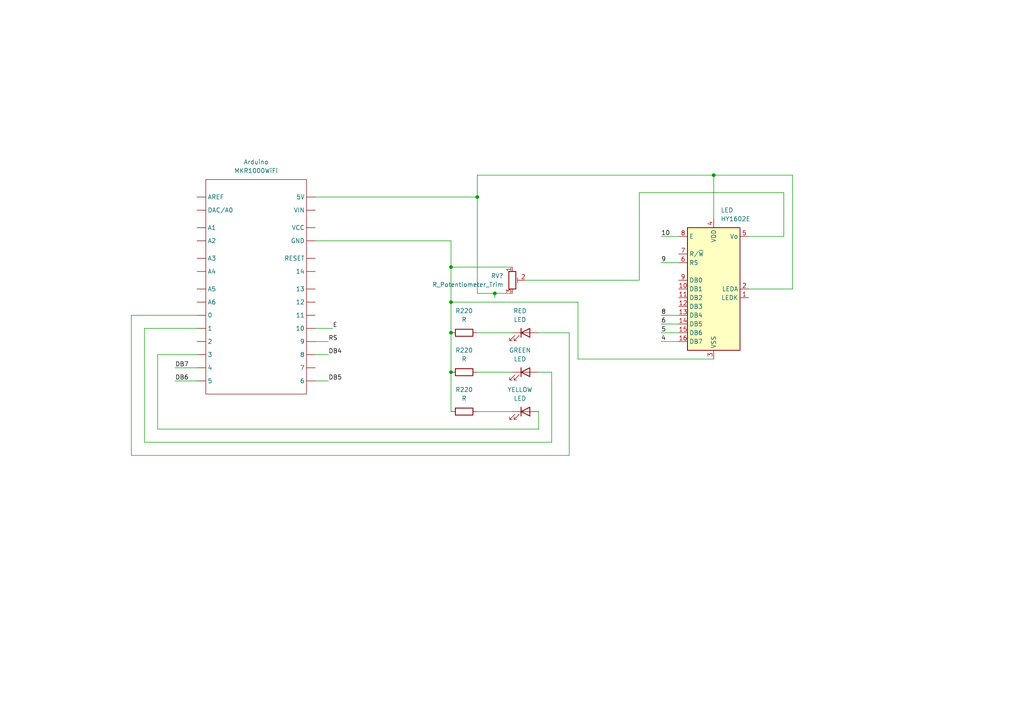
<source format=kicad_sch>
(kicad_sch (version 20211123) (generator eeschema)
  (paper "A4")
  (lib_symbols
    (symbol "Device:LED" (pin_numbers hide) (pin_names (offset 1.016) hide)
      (property "Reference" "D" (at 0 2.54 0))
      (property "Value" "LED" (at 0 -2.54 0))
      (symbol "LED_0_1"
        (polyline (pts (xy -1.27 -1.27) (xy -1.27 1.27)) (stroke (width 0.254)))
        (polyline (pts (xy -1.27 0) (xy 1.27 0)))
        (polyline (pts (xy 1.27 -1.27) (xy 1.27 1.27) (xy -1.27 0) (xy 1.27 -1.27)) (stroke (width 0.254)))
        (polyline (pts (xy -3.048 -0.762) (xy -4.572 -2.286) (xy -3.81 -2.286) (xy -4.572 -2.286) (xy -4.572 -1.524)))
        (polyline (pts (xy -1.778 -0.762) (xy -3.302 -2.286) (xy -2.54 -2.286) (xy -3.302 -2.286) (xy -3.302 -1.524)))
      )
      (symbol "LED_1_1"
        (pin passive line (at -3.81 0 0) (length 2.54) (name "K") (number "1"))
        (pin passive line (at 3.81 0 180) (length 2.54) (name "A") (number "2"))
      )
    )
    (symbol "Device:R" (pin_numbers hide) (pin_names (offset 0))
      (property "Reference" "R" (at 2.032 0 90))
      (property "Value" "R" (at 0 0 90))
      (symbol "R_0_1"
        (rectangle (start -1.016 -2.54) (end 1.016 2.54) (stroke (width 0.254)))
      )
      (symbol "R_1_1"
        (pin passive line (at 0 3.81 270) (length 1.27) (name "~") (number "1"))
        (pin passive line (at 0 -3.81 90) (length 1.27) (name "~") (number "2"))
      )
    )
    (symbol "Device:R_Potentiometer_Trim" (pin_names (offset 1.016) hide)
      (property "Reference" "RV" (at -4.445 0 90))
      (property "Value" "R_Potentiometer_Trim" (at -2.54 0 90))
      (symbol "R_Potentiometer_Trim_0_1"
        (polyline (pts (xy 1.524 0.762) (xy 1.524 -0.762)))
        (polyline (pts (xy 2.54 0) (xy 1.524 0)))
        (rectangle (start 1.016 2.54) (end -1.016 -2.54) (stroke (width 0.254)))
      )
      (symbol "R_Potentiometer_Trim_1_1"
        (pin passive line (at 0 3.81 270) (length 1.27) (name "1") (number "1"))
        (pin passive line (at 3.81 0 180) (length 1.27) (name "2") (number "2"))
        (pin passive line (at 0 -3.81 90) (length 1.27) (name "3") (number "3"))
      )
    )
    (symbol "Display_Character:HY1602E"
      (property "Reference" "DS" (at -6.096 19.05 0))
      (property "Value" "HY1602E" (at 5.08 19.05 0))
      (symbol "HY1602E_0_1"
        (rectangle (start -7.62 17.78) (end 7.62 -17.78) (stroke (width 0.254)) (fill (type background)))
      )
      (symbol "HY1602E_1_1"
        (pin passive line (at 10.16 -2.54 180) (length 2.54) (name "LEDK") (number "1"))
        (pin bidirectional line (at -10.16 0 0) (length 2.54) (name "DB1") (number "10"))
        (pin bidirectional line (at -10.16 -2.54 0) (length 2.54) (name "DB2") (number "11"))
        (pin bidirectional line (at -10.16 -5.08 0) (length 2.54) (name "DB3") (number "12"))
        (pin bidirectional line (at -10.16 -7.62 0) (length 2.54) (name "DB4") (number "13"))
        (pin bidirectional line (at -10.16 -10.16 0) (length 2.54) (name "DB5") (number "14"))
        (pin bidirectional line (at -10.16 -12.7 0) (length 2.54) (name "DB6") (number "15"))
        (pin bidirectional line (at -10.16 -15.24 0) (length 2.54) (name "DB7") (number "16"))
        (pin passive line (at 10.16 0 180) (length 2.54) (name "LEDA") (number "2"))
        (pin power_in line (at 0 -20.32 90) (length 2.54) (name "VSS") (number "3"))
        (pin power_in line (at 0 20.32 270) (length 2.54) (name "VDD") (number "4"))
        (pin input line (at 10.16 15.24 180) (length 2.54) (name "Vo") (number "5"))
        (pin input line (at -10.16 7.62 0) (length 2.54) (name "RS") (number "6"))
        (pin input line (at -10.16 10.16 0) (length 2.54) (name "R/~{W}") (number "7"))
        (pin input line (at -10.16 15.24 0) (length 2.54) (name "E") (number "8"))
        (pin bidirectional line (at -10.16 2.54 0) (length 2.54) (name "DB0") (number "9"))
      )
    )
    (symbol "New_Library:MKR1000WiFi"
      (property "Reference" "U" (at 0 0 0))
      (property "Value" "MKR1000WiFi" (at -7.62 2.54 0))
      (symbol "MKR1000WiFi_0_1"
        (rectangle (start -62.23 73.66) (end -33.02 11.43))
      )
      (symbol "MKR1000WiFi_1_1"
        (pin bidirectional line (at -64.77 34.29 0) (length 2.54) (name "0") (number ""))
        (pin bidirectional line (at -64.77 30.48 0) (length 2.54) (name "1") (number ""))
        (pin bidirectional line (at -30.48 30.48 180) (length 2.54) (name "10") (number ""))
        (pin bidirectional line (at -30.48 34.29 180) (length 2.54) (name "11") (number ""))
        (pin bidirectional line (at -30.48 38.1 180) (length 2.54) (name "12") (number ""))
        (pin bidirectional line (at -30.48 41.91 180) (length 2.54) (name "13") (number ""))
        (pin bidirectional line (at -30.48 46.99 180) (length 2.54) (name "14") (number ""))
        (pin bidirectional line (at -64.77 26.67 0) (length 2.54) (name "2") (number ""))
        (pin bidirectional line (at -64.77 22.86 0) (length 2.54) (name "3") (number ""))
        (pin bidirectional line (at -64.77 19.05 0) (length 2.54) (name "4") (number ""))
        (pin bidirectional line (at -64.77 15.24 0) (length 2.54) (name "5") (number ""))
        (pin power_out line (at -30.48 68.58 180) (length 2.54) (name "5V") (number ""))
        (pin bidirectional line (at -30.48 15.24 180) (length 2.54) (name "6") (number ""))
        (pin bidirectional line (at -30.48 19.05 180) (length 2.54) (name "7") (number ""))
        (pin bidirectional line (at -30.48 22.86 180) (length 2.54) (name "8") (number ""))
        (pin bidirectional line (at -30.48 26.67 180) (length 2.54) (name "9") (number ""))
        (pin bidirectional line (at -64.77 59.69 0) (length 2.54) (name "A1") (number ""))
        (pin bidirectional line (at -64.77 55.88 0) (length 2.54) (name "A2") (number ""))
        (pin bidirectional line (at -64.77 50.8 0) (length 2.54) (name "A3") (number ""))
        (pin bidirectional line (at -64.77 46.99 0) (length 2.54) (name "A4") (number ""))
        (pin bidirectional line (at -64.77 41.91 0) (length 2.54) (name "A5") (number ""))
        (pin bidirectional line (at -64.77 38.1 0) (length 2.54) (name "A6") (number ""))
        (pin input line (at -64.77 68.58 0) (length 2.54) (name "AREF") (number ""))
        (pin bidirectional line (at -64.77 64.77 0) (length 2.54) (name "DAC/A0") (number ""))
        (pin bidirectional line (at -30.48 55.88 180) (length 2.54) (name "GND") (number ""))
        (pin output line (at -30.48 50.8 180) (length 2.54) (name "RESET") (number ""))
        (pin power_out line (at -30.48 59.69 180) (length 2.54) (name "VCC") (number ""))
        (pin power_in line (at -30.48 64.77 180) (length 2.54) (name "VIN") (number ""))
      )
    )
  )
  (junction (at 130.81 87.63))
  (junction (at 130.81 77.47))
  (junction (at 130.81 107.95))
  (junction (at 143.51 85.09))
  (junction (at 130.81 96.52))
  (junction (at 207.01 50.8))
  (junction (at 138.43 57.15))
  (wire (pts (xy 160.02 128.27) (xy 41.91 128.27)))
  (wire (pts (xy 143.51 85.09) (xy 143.51 86.36)))
  (wire (pts (xy 50.8 110.49) (xy 57.15 110.49)))
  (wire (pts (xy 185.42 55.88) (xy 185.42 81.28)))
  (wire (pts (xy 229.87 83.82) (xy 229.87 50.8)))
  (wire (pts (xy 91.44 102.87) (xy 95.25 102.87)))
  (wire (pts (xy 191.77 96.52) (xy 196.85 96.52)))
  (wire (pts (xy 45.72 124.46) (xy 45.72 102.87)))
  (wire (pts (xy 130.81 69.85) (xy 130.81 77.47)))
  (wire (pts (xy 156.21 124.46) (xy 45.72 124.46)))
  (wire (pts (xy 191.77 99.06) (xy 196.85 99.06)))
  (wire (pts (xy 217.17 68.58) (xy 227.33 68.58)))
  (wire (pts (xy 156.21 96.52) (xy 165.1 96.52)))
  (wire (pts (xy 50.8 106.68) (xy 57.15 106.68)))
  (wire (pts (xy 91.44 99.06) (xy 95.25 99.06)))
  (wire (pts (xy 167.64 104.14) (xy 167.64 87.63)))
  (wire (pts (xy 152.4 81.28) (xy 185.42 81.28)))
  (wire (pts (xy 41.91 128.27) (xy 41.91 95.25)))
  (wire (pts (xy 91.44 69.85) (xy 130.81 69.85)))
  (wire (pts (xy 41.91 95.25) (xy 57.15 95.25)))
  (wire (pts (xy 130.81 77.47) (xy 130.81 87.63)))
  (wire (pts (xy 138.43 119.38) (xy 148.59 119.38)))
  (wire (pts (xy 130.81 96.52) (xy 130.81 107.95)))
  (wire (pts (xy 191.77 91.44) (xy 196.85 91.44)))
  (wire (pts (xy 38.1 132.08) (xy 38.1 91.44)))
  (wire (pts (xy 138.43 85.09) (xy 143.51 85.09)))
  (wire (pts (xy 191.77 76.2) (xy 196.85 76.2)))
  (wire (pts (xy 130.81 107.95) (xy 130.81 119.38)))
  (wire (pts (xy 138.43 50.8) (xy 207.01 50.8)))
  (wire (pts (xy 138.43 50.8) (xy 138.43 57.15)))
  (wire (pts (xy 138.43 107.95) (xy 148.59 107.95)))
  (wire (pts (xy 130.81 77.47) (xy 148.59 77.47)))
  (wire (pts (xy 165.1 132.08) (xy 38.1 132.08)))
  (wire (pts (xy 207.01 104.14) (xy 167.64 104.14)))
  (wire (pts (xy 227.33 55.88) (xy 227.33 68.58)))
  (wire (pts (xy 156.21 107.95) (xy 160.02 107.95)))
  (wire (pts (xy 143.51 85.09) (xy 148.59 85.09)))
  (wire (pts (xy 138.43 57.15) (xy 138.43 85.09)))
  (wire (pts (xy 91.44 95.25) (xy 96.52 95.25)))
  (wire (pts (xy 156.21 119.38) (xy 156.21 124.46)))
  (wire (pts (xy 45.72 102.87) (xy 57.15 102.87)))
  (wire (pts (xy 91.44 110.49) (xy 95.25 110.49)))
  (wire (pts (xy 229.87 50.8) (xy 207.01 50.8)))
  (wire (pts (xy 167.64 87.63) (xy 130.81 87.63)))
  (wire (pts (xy 165.1 96.52) (xy 165.1 132.08)))
  (wire (pts (xy 191.77 93.98) (xy 196.85 93.98)))
  (wire (pts (xy 130.81 87.63) (xy 130.81 96.52)))
  (wire (pts (xy 160.02 107.95) (xy 160.02 128.27)))
  (wire (pts (xy 191.77 68.58) (xy 196.85 68.58)))
  (wire (pts (xy 207.01 63.5) (xy 207.01 50.8)))
  (wire (pts (xy 185.42 55.88) (xy 227.33 55.88)))
  (wire (pts (xy 217.17 83.82) (xy 229.87 83.82)))
  (wire (pts (xy 138.43 96.52) (xy 148.59 96.52)))
  (wire (pts (xy 38.1 91.44) (xy 57.15 91.44)))
  (wire (pts (xy 91.44 57.15) (xy 138.43 57.15)))
  (label "DB6" (at 50.8 110.49 0))
  (label "DB7" (at 50.8 106.68 0))
  (label "10" (at 191.77 68.58 0))
  (label "4" (at 191.77 99.06 0))
  (label "5" (at 191.77 96.52 0))
  (label "RS" (at 95.25 99.06 0))
  (label "6" (at 191.77 93.98 0))
  (label "E" (at 96.52 95.25 0))
  (label "DB5" (at 95.25 110.49 0))
  (label "9" (at 191.77 76.2 0))
  (label "DB4" (at 95.25 102.87 0))
  (label "8" (at 191.77 91.44 0))
  (symbol (lib_id "Device:R_Potentiometer_Trim") (at 148.59 81.28 0) (unit 1)
    (property "Reference" "RV?" (at 146.05 80.0099 0) (effects (justify right)))
    (property "Value" "R_Potentiometer_Trim" (at 146.05 82.5499 0) (effects (justify right)))
  )
  (symbol (lib_id "Device:LED") (at 152.4 96.52 0) (unit 1)
    (property "Reference" "RED" (at 150.8125 90.17 0))
    (property "Value" "LED" (at 150.8125 92.71 0))
  )
  (symbol (lib_id "Device:R") (at 134.62 119.38 90) (unit 1)
    (property "Reference" "R220" (at 134.62 113.03 90))
    (property "Value" "R" (at 134.62 115.57 90))
  )
  (symbol (lib_id "New_Library:MKR1000WiFi") (at 121.92 125.73 0) (unit 1)
    (property "Reference" "Arduino" (at 74.295 46.99 0))
    (property "Value" "MKR1000WiFi" (at 74.295 49.53 0))
  )
  (symbol (lib_id "Display_Character:HY1602E") (at 207.01 83.82 0) (unit 1)
    (property "Reference" "LED" (at 209.0294 60.96 0) (effects (justify left)))
    (property "Value" "HY1602E" (at 209.0294 63.5 0) (effects (justify left)))
    (property "Footprint" "Display:HY1602E" (effects hide))
    (property "Datasheet" "http://www.icbank.com/data/ICBShop/board/HY1602E.pdf" (effects hide))
  )
  (symbol (lib_id "Device:LED") (at 152.4 107.95 0) (unit 1)
    (property "Reference" "GREEN" (at 150.8125 101.6 0))
    (property "Value" "LED" (at 150.8125 104.14 0))
  )
  (symbol (lib_id "Device:R") (at 134.62 107.95 90) (unit 1)
    (property "Reference" "R220" (at 134.62 101.6 90))
    (property "Value" "R" (at 134.62 104.14 90))
  )
  (symbol (lib_id "Device:LED") (at 152.4 119.38 0) (unit 1)
    (property "Reference" "YELLOW" (at 150.8125 113.03 0))
    (property "Value" "LED" (at 150.8125 115.57 0))
  )
  (symbol (lib_id "Device:R") (at 134.62 96.52 90) (unit 1)
    (property "Reference" "R220" (at 134.62 90.17 90))
    (property "Value" "R" (at 134.62 92.71 90))
  )
)
</source>
